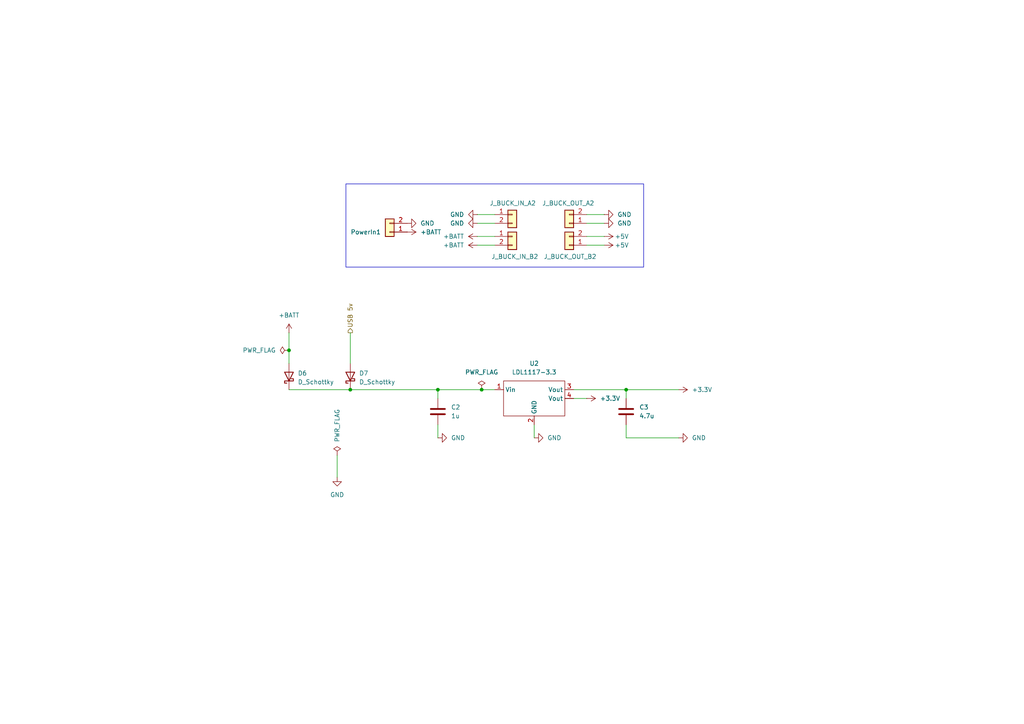
<source format=kicad_sch>
(kicad_sch (version 20250114) (generator "eeschema") (generator_version "9.0")
  (paper "A4")
  (lib_symbols
    (symbol "Connector_Generic:Conn_01x02" (pin_names (offset 1.016) (hide yes))
      (property "Reference" "J" (at 0 2.54 0))
      (property "Value" "Conn_01x02" (at 0 -5.08 0))
      (symbol "Conn_01x02_1_1"
        (rectangle (start -1.27 1.27) (end 1.27 -3.81) (stroke (width 0.254)) (fill (type background)))
        (rectangle (start -1.27 0.127) (end 0 -0.127) (stroke (width 0.1524)))
        (rectangle (start -1.27 -2.413) (end 0 -2.667) (stroke (width 0.1524)))
        (pin passive line (at -5.08 0 0) (length 3.81) (name "Pin_1") (number "1"))
        (pin passive line (at -5.08 -2.54 0) (length 3.81) (name "Pin_2") (number "2"))
      )
    )
    (symbol "Device:C" (pin_numbers (hide yes)) (pin_names (offset 0.254))
      (property "Reference" "C" (at 0.635 2.54 0))
      (property "Value" "C" (at 0.635 -2.54 0))
      (symbol "C_0_1"
        (polyline (pts (xy -2.032 0.762) (xy 2.032 0.762)) (stroke (width 0.508)))
        (polyline (pts (xy -2.032 -0.762) (xy 2.032 -0.762)) (stroke (width 0.508)))
      )
      (symbol "C_1_1"
        (pin passive line (at 0 3.81 270) (length 2.794) (name "~") (number "1"))
        (pin passive line (at 0 -3.81 90) (length 2.794) (name "~") (number "2"))
      )
    )
    (symbol "Device:D_Schottky" (pin_numbers (hide yes)) (pin_names (offset 1.016) (hide yes))
      (property "Reference" "D" (at 0 2.54 0))
      (property "Value" "D_Schottky" (at 0 -2.54 0))
      (symbol "D_Schottky_0_1"
        (polyline (pts (xy -1.905 0.635) (xy -1.905 1.27) (xy -1.27 1.27) (xy -1.27 -1.27) (xy -0.635 -1.27) (xy -0.635 -0.635)) (stroke (width 0.254)))
        (polyline (pts (xy 1.27 1.27) (xy 1.27 -1.27) (xy -1.27 0) (xy 1.27 1.27)) (stroke (width 0.254)))
        (polyline (pts (xy 1.27 0) (xy -1.27 0)))
      )
      (symbol "D_Schottky_1_1"
        (pin passive line (at -3.81 0 0) (length 2.54) (name "K") (number "1"))
        (pin passive line (at 3.81 0 180) (length 2.54) (name "A") (number "2"))
      )
    )
    (symbol "Footprints:LDL1117-3.3"
      (property "Reference" "U3" (at -1.27 27.94 0))
      (property "Value" "LDL1117-3.3" (at -1.27 25.4 0))
      (symbol "LDL1117-3.3_0_1"
        (rectangle (start -10.16 22.86) (end 7.62 12.7))
      )
      (symbol "LDL1117-3.3_1_1"
        (pin power_in line (at -12.7 20.32 0) (length 2.54) (name "Vin") (number "1"))
        (pin power_in line (at -1.27 10.16 90) (length 2.54) (name "GND") (number "2"))
        (pin power_out line (at 10.16 20.32 180) (length 2.54) (name "Vout") (number "3"))
        (pin passive line (at 10.16 17.78 180) (length 2.54) (name "Vout") (number "4"))
      )
    )
    (symbol "power:+3.3V" (power) (pin_numbers (hide yes)) (pin_names (offset 0) (hide yes))
      (property "Value" "+3.3V" (at 0 3.556 0))
      (symbol "+3.3V_0_1"
        (polyline (pts (xy -0.762 1.27) (xy 0 2.54)))
        (polyline (pts (xy 0 2.54) (xy 0.762 1.27)))
        (polyline (pts (xy 0 0) (xy 0 2.54)))
      )
      (symbol "+3.3V_1_1"
        (pin power_in line (at 0 0 90) (length 0) (name "~") (number "1"))
      )
    )
    (symbol "power:+5V" (power) (pin_numbers (hide yes)) (pin_names (offset 0) (hide yes))
      (property "Value" "+5V" (at 0 3.556 0))
      (symbol "+5V_0_1"
        (polyline (pts (xy -0.762 1.27) (xy 0 2.54)))
        (polyline (pts (xy 0 2.54) (xy 0.762 1.27)))
        (polyline (pts (xy 0 0) (xy 0 2.54)))
      )
      (symbol "+5V_1_1"
        (pin power_in line (at 0 0 90) (length 0) (name "~") (number "1"))
      )
    )
    (symbol "power:+BATT" (power) (pin_numbers (hide yes)) (pin_names (offset 0) (hide yes))
      (property "Value" "+BATT" (at 0 3.556 0))
      (symbol "+BATT_0_1"
        (polyline (pts (xy -0.762 1.27) (xy 0 2.54)))
        (polyline (pts (xy 0 2.54) (xy 0.762 1.27)))
        (polyline (pts (xy 0 0) (xy 0 2.54)))
      )
      (symbol "+BATT_1_1"
        (pin power_in line (at 0 0 90) (length 0) (name "~") (number "1"))
      )
    )
    (symbol "power:GND" (power) (pin_numbers (hide yes)) (pin_names (offset 0) (hide yes))
      (property "Value" "GND" (at 0 -3.81 0))
      (symbol "GND_0_1"
        (polyline (pts (xy 0 0) (xy 0 -1.27) (xy 1.27 -1.27) (xy 0 -2.54) (xy -1.27 -1.27) (xy 0 -1.27)))
      )
      (symbol "GND_1_1"
        (pin power_in line (at 0 0 270) (length 0) (name "~") (number "1"))
      )
    )
    (symbol "power:PWR_FLAG" (power) (pin_numbers (hide yes)) (pin_names (offset 0) (hide yes))
      (property "Value" "PWR_FLAG" (at 0 3.81 0))
      (symbol "PWR_FLAG_0_0"
        (pin power_out line (at 0 0 90) (length 0) (name "~") (number "1"))
      )
      (symbol "PWR_FLAG_0_1"
        (polyline (pts (xy 0 0) (xy 0 1.27) (xy -1.016 1.905) (xy 0 2.54) (xy 1.016 1.905) (xy 0 1.27)))
      )
    )
  )
  (rectangle (start 100.33 53.34) (end 186.69 77.47))
  (junction (at 181.61 113.03))
  (junction (at 101.6 113.03))
  (junction (at 139.7 113.03))
  (junction (at 83.82 101.6))
  (junction (at 127 113.03))
  (wire (pts (xy 138.43 62.23) (xy 143.51 62.23)))
  (wire (pts (xy 170.18 68.58) (xy 175.26 68.58)))
  (wire (pts (xy 127 115.57) (xy 127 113.03)))
  (wire (pts (xy 166.37 115.57) (xy 170.18 115.57)))
  (wire (pts (xy 181.61 113.03) (xy 181.61 115.57)))
  (wire (pts (xy 127 113.03) (xy 139.7 113.03)))
  (wire (pts (xy 97.79 138.43) (xy 97.79 132.08)))
  (wire (pts (xy 181.61 127) (xy 181.61 123.19)))
  (wire (pts (xy 139.7 113.03) (xy 143.51 113.03)))
  (wire (pts (xy 101.6 113.03) (xy 127 113.03)))
  (wire (pts (xy 154.94 123.19) (xy 154.94 127)))
  (wire (pts (xy 101.6 96.52) (xy 101.6 105.41)))
  (wire (pts (xy 170.18 64.77) (xy 175.26 64.77)))
  (wire (pts (xy 83.82 101.6) (xy 83.82 105.41)))
  (wire (pts (xy 83.82 96.52) (xy 83.82 101.6)))
  (wire (pts (xy 196.85 127) (xy 181.61 127)))
  (wire (pts (xy 170.18 62.23) (xy 175.26 62.23)))
  (wire (pts (xy 138.43 68.58) (xy 143.51 68.58)))
  (wire (pts (xy 170.18 71.12) (xy 175.26 71.12)))
  (wire (pts (xy 138.43 64.77) (xy 143.51 64.77)))
  (wire (pts (xy 127 127) (xy 127 123.19)))
  (wire (pts (xy 138.43 71.12) (xy 143.51 71.12)))
  (wire (pts (xy 166.37 113.03) (xy 181.61 113.03)))
  (wire (pts (xy 83.82 113.03) (xy 101.6 113.03)))
  (wire (pts (xy 196.85 113.03) (xy 181.61 113.03)))
  (hierarchical_label "USB 5v" (shape output) (at 101.6 96.52 90))
  (symbol (lib_id "power:GND") (at 138.43 62.23 270) (unit 1)
    (property "Reference" "#PWR012" (effects (hide yes)))
    (property "Value" "GND" (at 134.62 62.2299 90) (effects (justify right)))
    (property "Description" "Power symbol creates a global label with name \"GND\" , ground" (effects (hide yes)))
  )
  (symbol (lib_id "power:GND") (at 138.43 64.77 270) (unit 1)
    (property "Reference" "#PWR013" (effects (hide yes)))
    (property "Value" "GND" (at 134.62 64.7699 90) (effects (justify right)))
    (property "Description" "Power symbol creates a global label with name \"GND\" , ground" (effects (hide yes)))
  )
  (symbol (lib_id "power:+5V") (at 175.26 68.58 270) (unit 1)
    (property "Reference" "#PWR032" (effects (hide yes)))
    (property "Value" "+5V" (at 180.34 68.58 90))
    (property "Description" "Power symbol creates a global label with name \"+5V\"" (effects (hide yes)))
  )
  (symbol (lib_id "Connector_Generic:Conn_01x02") (at 165.1 71.12 180) (unit 1) (in_bom no)
    (property "Reference" "J_BUCK_OUT_B2" (at 165.354 74.422 0))
    (property "Footprint" "Connector_PinSocket_2.54mm:PinSocket_1x02_P2.54mm_Horizontal" (effects (hide yes)))
    (property "Description" "Generic connector, single row, 01x02, script generated (kicad-library-utils/schlib/autogen/connector/)" (effects (hide yes)))
  )
  (symbol (lib_id "Footprints:LDL1117-3.3") (at 156.21 133.35 0) (unit 1)
    (property "Reference" "U2" (at 154.94 105.41 0))
    (property "Value" "LDL1117-3.3" (at 154.94 107.95 0))
    (property "Footprint" "myFootprints:SOT230P700X180-4N" (effects (hide yes)))
    (property "LCSC Part" "C435835" (effects (hide yes)))
  )
  (symbol (lib_id "power:+5V") (at 175.26 71.12 270) (unit 1)
    (property "Reference" "#PWR033" (effects (hide yes)))
    (property "Value" "+5V" (at 180.34 71.12 90))
    (property "Description" "Power symbol creates a global label with name \"+5V\"" (effects (hide yes)))
  )
  (symbol (lib_id "Connector_Generic:Conn_01x02") (at 148.59 62.23 0) (unit 1) (in_bom no)
    (property "Reference" "J_BUCK_IN_A2" (at 141.986 58.928 0) (effects (justify left)))
    (property "Footprint" "Connector_PinSocket_2.54mm:PinSocket_1x02_P2.54mm_Horizontal" (effects (hide yes)))
    (property "Description" "Generic connector, single row, 01x02, script generated (kicad-library-utils/schlib/autogen/connector/)" (effects (hide yes)))
  )
  (symbol (lib_id "power:+3.3V") (at 170.18 115.57 270) (unit 1)
    (property "Reference" "#PWR028" (effects (hide yes)))
    (property "Value" "+3.3V" (at 173.99 115.5699 90) (effects (justify left)))
    (property "Description" "Power symbol creates a global label with name \"+3.3V\"" (effects (hide yes)))
  )
  (symbol (lib_id "power:GND") (at 175.26 62.23 90) (unit 1)
    (property "Reference" "#PWR029" (effects (hide yes)))
    (property "Value" "GND" (at 179.07 62.2301 90) (effects (justify right)))
    (property "Description" "Power symbol creates a global label with name \"GND\" , ground" (effects (hide yes)))
  )
  (symbol (lib_id "Device:C") (at 127 119.38 0) (unit 1)
    (property "Reference" "C2" (at 130.81 118.1099 0) (effects (justify left)))
    (property "Value" "1u" (at 130.81 120.6499 0) (effects (justify left)))
    (property "Footprint" "Capacitor_SMD:C_0805_2012Metric_Pad1.18x1.45mm_HandSolder" (effects (hide yes)))
    (property "Description" "Unpolarized capacitor" (effects (hide yes)))
    (property "LCSC Part" "C28323" (effects (hide yes)))
  )
  (symbol (lib_id "power:GND") (at 196.85 127 90) (unit 1)
    (property "Reference" "#PWR051" (effects (hide yes)))
    (property "Value" "GND" (at 200.66 126.9999 90) (effects (justify right)))
    (property "Description" "Power symbol creates a global label with name \"GND\" , ground" (effects (hide yes)))
  )
  (symbol (lib_id "power:+BATT") (at 138.43 71.12 90) (unit 1)
    (property "Reference" "#PWR026" (effects (hide yes)))
    (property "Value" "+BATT" (at 134.62 71.1199 90) (effects (justify left)))
    (property "Description" "Power symbol creates a global label with name \"+BATT\"" (effects (hide yes)))
  )
  (symbol (lib_id "power:GND") (at 154.94 127 90) (unit 1)
    (property "Reference" "#PWR027" (effects (hide yes)))
    (property "Value" "GND" (at 158.75 126.9999 90) (effects (justify right)))
    (property "Description" "Power symbol creates a global label with name \"GND\" , ground" (effects (hide yes)))
  )
  (symbol (lib_id "power:PWR_FLAG") (at 139.7 113.03 0) (unit 1)
    (property "Reference" "#FLG07" (effects (hide yes)))
    (property "Value" "PWR_FLAG" (at 139.7 107.95 0))
    (property "Description" "Special symbol for telling ERC where power comes from" (effects (hide yes)))
  )
  (symbol (lib_id "Device:C") (at 181.61 119.38 0) (unit 1)
    (property "Reference" "C3" (at 185.42 118.1099 0) (effects (justify left)))
    (property "Value" "4.7u" (at 185.42 120.6499 0) (effects (justify left)))
    (property "Footprint" "Capacitor_SMD:C_0805_2012Metric_Pad1.18x1.45mm_HandSolder" (effects (hide yes)))
    (property "Description" "Unpolarized capacitor" (effects (hide yes)))
    (property "LCSC Part" "C98192" (effects (hide yes)))
  )
  (symbol (lib_id "power:GND") (at 118.11 64.77 90) (unit 1)
    (property "Reference" "#PWR05" (effects (hide yes)))
    (property "Value" "GND" (at 121.92 64.7701 90) (effects (justify right)))
    (property "Description" "Power symbol creates a global label with name \"GND\" , ground" (effects (hide yes)))
  )
  (symbol (lib_id "power:PWR_FLAG") (at 97.79 132.08 0) (unit 1)
    (property "Reference" "#FLG06" (effects (hide yes)))
    (property "Value" "PWR_FLAG" (at 97.7901 128.27 90) (effects (justify left)))
    (property "Description" "Special symbol for telling ERC where power comes from" (effects (hide yes)))
  )
  (symbol (lib_id "Device:D_Schottky") (at 83.82 109.22 90) (unit 1)
    (property "Reference" "D6" (at 86.36 108.2674 90) (effects (justify right)))
    (property "Value" "D_Schottky" (at 86.36 110.8074 90) (effects (justify right)))
    (property "Footprint" "Diode_SMD:D_2114_3652Metric" (effects (hide yes)))
    (property "Description" "Schottky diode" (effects (hide yes)))
    (property "LCSC Part" "C113936" (effects (hide yes)))
  )
  (symbol (lib_id "power:PWR_FLAG") (at 83.82 101.6 90) (unit 1)
    (property "Reference" "#FLG01" (effects (hide yes)))
    (property "Value" "PWR_FLAG" (at 80.01 101.5999 90) (effects (justify left)))
    (property "Description" "Special symbol for telling ERC where power comes from" (effects (hide yes)))
  )
  (symbol (lib_id "Connector_Generic:Conn_01x02") (at 113.03 67.31 180) (unit 1)
    (property "Reference" "PowerIn1" (at 110.49 67.3101 0) (effects (justify left)))
    (property "Value" "2 pin Molex" (effects (hide yes)))
    (property "Footprint" "myFootprints:MOLEX_26013114" (effects (hide yes)))
    (property "Description" "Generic connector, single row, 01x02, script generated (kicad-library-utils/schlib/autogen/connector/)" (effects (hide yes)))
    (property "LCSC" "C17644051" (effects (hide yes)))
  )
  (symbol (lib_id "power:GND") (at 127 127 90) (unit 1)
    (property "Reference" "#PWR011" (effects (hide yes)))
    (property "Value" "GND" (at 130.81 126.9999 90) (effects (justify right)))
    (property "Description" "Power symbol creates a global label with name \"GND\" , ground" (effects (hide yes)))
  )
  (symbol (lib_id "Connector_Generic:Conn_01x02") (at 148.59 68.58 0) (unit 1) (in_bom no)
    (property "Reference" "J_BUCK_IN_B2" (at 142.494 74.422 0) (effects (justify left)))
    (property "Footprint" "Connector_PinSocket_2.54mm:PinSocket_1x02_P2.54mm_Horizontal" (effects (hide yes)))
    (property "Description" "Generic connector, single row, 01x02, script generated (kicad-library-utils/schlib/autogen/connector/)" (effects (hide yes)))
  )
  (symbol (lib_id "power:+BATT") (at 138.43 68.58 90) (unit 1)
    (property "Reference" "#PWR025" (effects (hide yes)))
    (property "Value" "+BATT" (at 134.62 68.5799 90) (effects (justify left)))
    (property "Description" "Power symbol creates a global label with name \"+BATT\"" (effects (hide yes)))
  )
  (symbol (lib_id "power:GND") (at 175.26 64.77 90) (unit 1)
    (property "Reference" "#PWR031" (effects (hide yes)))
    (property "Value" "GND" (at 179.07 64.7701 90) (effects (justify right)))
    (property "Description" "Power symbol creates a global label with name \"GND\" , ground" (effects (hide yes)))
  )
  (symbol (lib_id "Device:D_Schottky") (at 101.6 109.22 90) (unit 1)
    (property "Reference" "D7" (at 104.14 108.2674 90) (effects (justify right)))
    (property "Value" "D_Schottky" (at 104.14 110.8074 90) (effects (justify right)))
    (property "Footprint" "Diode_SMD:D_2114_3652Metric" (effects (hide yes)))
    (property "Description" "Schottky diode" (effects (hide yes)))
    (property "LCSC Part" "C113936" (effects (hide yes)))
  )
  (symbol (lib_id "power:+BATT") (at 118.11 67.31 270) (unit 1)
    (property "Reference" "#PWR06" (effects (hide yes)))
    (property "Value" "+BATT" (at 121.92 67.3099 90) (effects (justify left)))
    (property "Description" "Power symbol creates a global label with name \"+BATT\"" (effects (hide yes)))
  )
  (symbol (lib_id "Connector_Generic:Conn_01x02") (at 165.1 64.77 180) (unit 1) (in_bom no)
    (property "Reference" "J_BUCK_OUT_A2" (at 157.226 58.928 0) (effects (justify right)))
    (property "Footprint" "Connector_PinSocket_2.54mm:PinSocket_1x02_P2.54mm_Horizontal" (effects (hide yes)))
    (property "Description" "Generic connector, single row, 01x02, script generated (kicad-library-utils/schlib/autogen/connector/)" (effects (hide yes)))
  )
  (symbol (lib_id "power:+BATT") (at 83.82 96.52 0) (unit 1)
    (property "Reference" "#PWR033" (effects (hide yes)))
    (property "Value" "+BATT" (at 83.82 91.44 0))
    (property "Description" "Power symbol creates a global label with name \"+BATT\"" (effects (hide yes)))
  )
  (symbol (lib_id "power:GND") (at 97.79 138.43 0) (unit 1)
    (property "Reference" "#PWR034" (effects (hide yes)))
    (property "Value" "GND" (at 97.79 143.51 0))
    (property "Description" "Power symbol creates a global label with name \"GND\" , ground" (effects (hide yes)))
  )
  (symbol (lib_id "power:+3.3V") (at 196.85 113.03 270) (unit 1)
    (property "Reference" "#PWR050" (effects (hide yes)))
    (property "Value" "+3.3V" (at 200.66 113.0299 90) (effects (justify left)))
    (property "Description" "Power symbol creates a global label with name \"+3.3V\"" (effects (hide yes)))
  )
)
</source>
